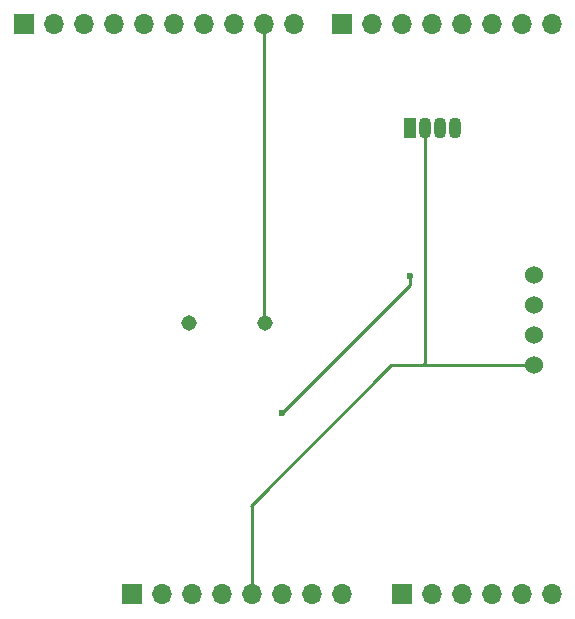
<source format=gbr>
%TF.GenerationSoftware,KiCad,Pcbnew,9.0.0*%
%TF.CreationDate,2025-02-27T00:07:18-07:00*%
%TF.ProjectId,bubble_detector_v2.1,62756262-6c65-45f6-9465-746563746f72,rev?*%
%TF.SameCoordinates,Original*%
%TF.FileFunction,Copper,L1,Top*%
%TF.FilePolarity,Positive*%
%FSLAX46Y46*%
G04 Gerber Fmt 4.6, Leading zero omitted, Abs format (unit mm)*
G04 Created by KiCad (PCBNEW 9.0.0) date 2025-02-27 00:07:18*
%MOMM*%
%LPD*%
G01*
G04 APERTURE LIST*
%TA.AperFunction,ComponentPad*%
%ADD10O,1.070000X1.800000*%
%TD*%
%TA.AperFunction,ComponentPad*%
%ADD11R,1.070000X1.800000*%
%TD*%
%TA.AperFunction,ComponentPad*%
%ADD12C,1.308000*%
%TD*%
%TA.AperFunction,ComponentPad*%
%ADD13R,1.700000X1.700000*%
%TD*%
%TA.AperFunction,ComponentPad*%
%ADD14O,1.700000X1.700000*%
%TD*%
%TA.AperFunction,ComponentPad*%
%ADD15C,1.530000*%
%TD*%
%TA.AperFunction,ViaPad*%
%ADD16C,0.600000*%
%TD*%
%TA.AperFunction,Conductor*%
%ADD17C,0.250000*%
%TD*%
G04 APERTURE END LIST*
D10*
%TO.P,D1,4,BK*%
%TO.N,/\u002A3*%
X140190000Y-58310000D03*
%TO.P,D1,3,GK*%
%TO.N,/4*%
X138920000Y-58310000D03*
%TO.P,D1,2,A*%
%TO.N,+5V*%
X137650000Y-58310000D03*
D11*
%TO.P,D1,1,RK*%
%TO.N,/\u002A5*%
X136380000Y-58310000D03*
%TD*%
D12*
%TO.P,LS1,N*%
%TO.N,GND1*%
X117670000Y-74810000D03*
%TO.P,LS1,P*%
%TO.N,/\u002A9*%
X124170000Y-74810000D03*
%TD*%
D13*
%TO.P,J1,1,Pin_1*%
%TO.N,unconnected-(J1-Pin_1-Pad1)*%
X112860000Y-97770000D03*
D14*
%TO.P,J1,2,Pin_2*%
%TO.N,/IOREF*%
X115400000Y-97770000D03*
%TO.P,J1,3,Pin_3*%
%TO.N,/~{RESET}*%
X117940000Y-97770000D03*
%TO.P,J1,4,Pin_4*%
%TO.N,+3V3*%
X120480000Y-97770000D03*
%TO.P,J1,5,Pin_5*%
%TO.N,+5V*%
X123020000Y-97770000D03*
%TO.P,J1,6,Pin_6*%
%TO.N,GND1*%
X125560000Y-97770000D03*
%TO.P,J1,7,Pin_7*%
X128100000Y-97770000D03*
%TO.P,J1,8,Pin_8*%
%TO.N,VCC*%
X130640000Y-97770000D03*
%TD*%
D13*
%TO.P,J3,1,Pin_1*%
%TO.N,/A0*%
X135720000Y-97770000D03*
D14*
%TO.P,J3,2,Pin_2*%
%TO.N,/A1*%
X138260000Y-97770000D03*
%TO.P,J3,3,Pin_3*%
%TO.N,/A2*%
X140800000Y-97770000D03*
%TO.P,J3,4,Pin_4*%
%TO.N,/A3*%
X143340000Y-97770000D03*
%TO.P,J3,5,Pin_5*%
%TO.N,/SDA{slash}A4_1*%
X145880000Y-97770000D03*
%TO.P,J3,6,Pin_6*%
%TO.N,/SCL{slash}A5_1*%
X148420000Y-97770000D03*
%TD*%
D13*
%TO.P,J2,1,Pin_1*%
%TO.N,/SCL{slash}A5_2*%
X103716000Y-49510000D03*
D14*
%TO.P,J2,2,Pin_2*%
%TO.N,/SDA{slash}A4_2*%
X106256000Y-49510000D03*
%TO.P,J2,3,Pin_3*%
%TO.N,/AREF*%
X108796000Y-49510000D03*
%TO.P,J2,4,Pin_4*%
%TO.N,GND2*%
X111336000Y-49510000D03*
%TO.P,J2,5,Pin_5*%
%TO.N,/13*%
X113876000Y-49510000D03*
%TO.P,J2,6,Pin_6*%
%TO.N,/12*%
X116416000Y-49510000D03*
%TO.P,J2,7,Pin_7*%
%TO.N,/\u002A11*%
X118956000Y-49510000D03*
%TO.P,J2,8,Pin_8*%
%TO.N,/\u002A10*%
X121496000Y-49510000D03*
%TO.P,J2,9,Pin_9*%
%TO.N,/\u002A9*%
X124036000Y-49510000D03*
%TO.P,J2,10,Pin_10*%
%TO.N,/8*%
X126576000Y-49510000D03*
%TD*%
D13*
%TO.P,J4,1,Pin_1*%
%TO.N,/7*%
X130640000Y-49510000D03*
D14*
%TO.P,J4,2,Pin_2*%
%TO.N,/\u002A6*%
X133180000Y-49510000D03*
%TO.P,J4,3,Pin_3*%
%TO.N,/\u002A5*%
X135720000Y-49510000D03*
%TO.P,J4,4,Pin_4*%
%TO.N,/4*%
X138260000Y-49510000D03*
%TO.P,J4,5,Pin_5*%
%TO.N,/\u002A3*%
X140800000Y-49510000D03*
%TO.P,J4,6,Pin_6*%
%TO.N,/2*%
X143340000Y-49510000D03*
%TO.P,J4,7,Pin_7*%
%TO.N,/TX{slash}1*%
X145880000Y-49510000D03*
%TO.P,J4,8,Pin_8*%
%TO.N,/RX{slash}0*%
X148420000Y-49510000D03*
%TD*%
D15*
%TO.P,U1,1,VCC*%
%TO.N,+5V*%
X146920000Y-78390000D03*
%TO.P,U1,2,TRIG*%
%TO.N,/12*%
X146920000Y-75850000D03*
%TO.P,U1,3,ECHO*%
%TO.N,/\u002A11*%
X146920000Y-73310000D03*
%TO.P,U1,4,GND*%
%TO.N,GND1*%
X146920000Y-70770000D03*
%TD*%
D16*
%TO.N,GND1*%
X136420000Y-70811000D03*
X125560000Y-82450000D03*
%TD*%
D17*
%TO.N,GND1*%
X136420000Y-71590000D02*
X136420000Y-70811000D01*
X125560000Y-82450000D02*
X136420000Y-71590000D01*
%TO.N,+5V*%
X137650000Y-78160000D02*
X137420000Y-78390000D01*
X137650000Y-58310000D02*
X137650000Y-78160000D01*
X134840000Y-78390000D02*
X137420000Y-78390000D01*
X137420000Y-78390000D02*
X146920000Y-78390000D01*
X122920000Y-90310000D02*
X134840000Y-78390000D01*
X123020000Y-90410000D02*
X122920000Y-90310000D01*
X123020000Y-97770000D02*
X123020000Y-90410000D01*
%TO.N,/\u002A9*%
X124036000Y-74676000D02*
X124170000Y-74810000D01*
X124036000Y-49510000D02*
X124036000Y-74676000D01*
%TD*%
M02*

</source>
